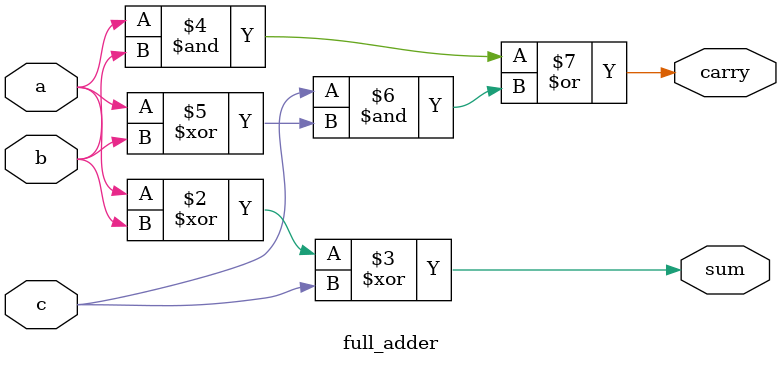
<source format=v>
`timescale 1ns / 1ps

//full adder design using behavioral modelling
module full_adder(
    input a,b,c,
    output reg sum,carry
    );
    
 always@(*) begin

sum= a ^ b ^ c;               //sum=a xor (b xor c);
carry=(a&b) | c&(a ^ b);   //carry=(a&b) + (a xor b);

end
endmodule

</source>
